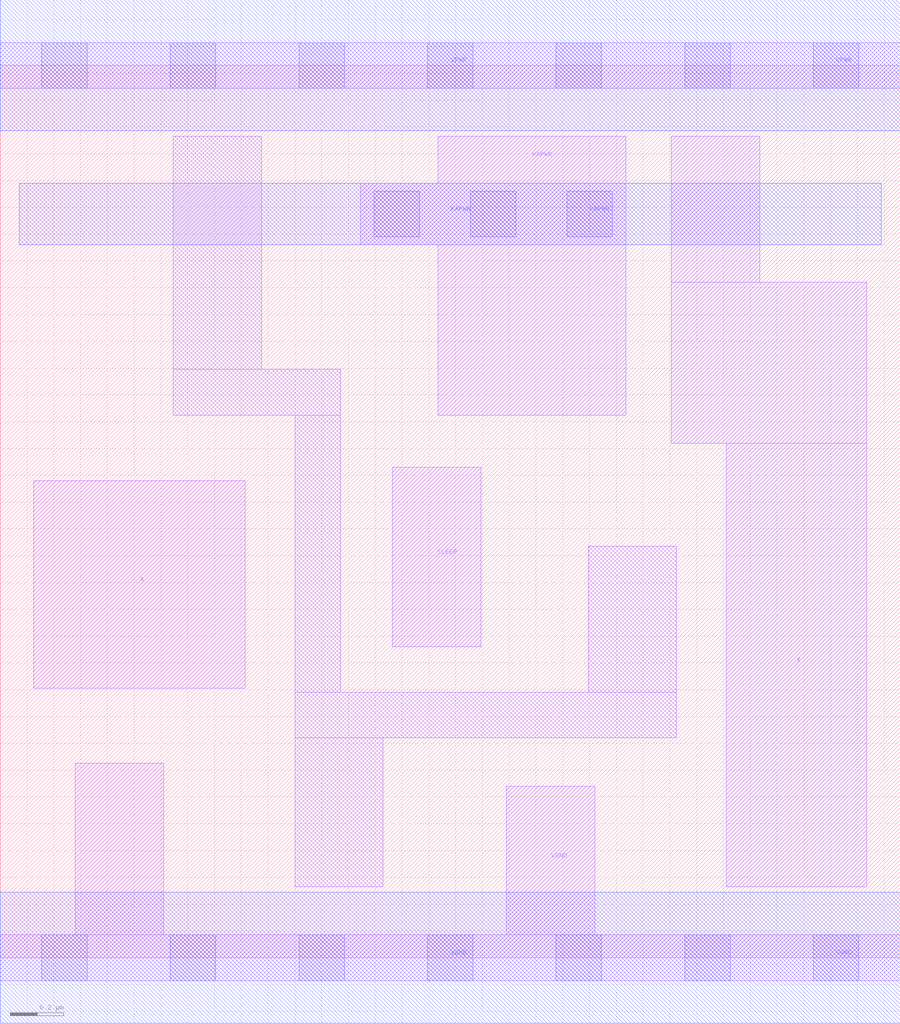
<source format=lef>
# Copyright 2020 The SkyWater PDK Authors
#
# Licensed under the Apache License, Version 2.0 (the "License");
# you may not use this file except in compliance with the License.
# You may obtain a copy of the License at
#
#     https://www.apache.org/licenses/LICENSE-2.0
#
# Unless required by applicable law or agreed to in writing, software
# distributed under the License is distributed on an "AS IS" BASIS,
# WITHOUT WARRANTIES OR CONDITIONS OF ANY KIND, either express or implied.
# See the License for the specific language governing permissions and
# limitations under the License.
#
# SPDX-License-Identifier: Apache-2.0

VERSION 5.7 ;
  NAMESCASESENSITIVE ON ;
  NOWIREEXTENSIONATPIN ON ;
  DIVIDERCHAR "/" ;
  BUSBITCHARS "[]" ;
UNITS
  DATABASE MICRONS 200 ;
END UNITS
MACRO sky130_fd_sc_lp__iso1p_lp2
  CLASS CORE ;
  SOURCE USER ;
  FOREIGN sky130_fd_sc_lp__iso1p_lp2 ;
  ORIGIN  0.000000  0.000000 ;
  SIZE  3.360000 BY  3.330000 ;
  SYMMETRY X Y R90 ;
  SITE unit ;
  PIN A
    ANTENNAGATEAREA  0.376000 ;
    DIRECTION INPUT ;
    USE SIGNAL ;
    PORT
      LAYER li1 ;
        RECT 0.125000 1.005000 0.915000 1.780000 ;
    END
  END A
  PIN SLEEP
    ANTENNAGATEAREA  0.376000 ;
    DIRECTION INPUT ;
    USE SIGNAL ;
    PORT
      LAYER li1 ;
        RECT 1.465000 1.160000 1.795000 1.830000 ;
    END
  END SLEEP
  PIN X
    ANTENNADIFFAREA  0.404700 ;
    DIRECTION OUTPUT ;
    USE SIGNAL ;
    PORT
      LAYER li1 ;
        RECT 2.505000 1.920000 3.235000 2.520000 ;
        RECT 2.505000 2.520000 2.835000 3.065000 ;
        RECT 2.710000 0.265000 3.235000 1.920000 ;
    END
  END X
  PIN KAPWR
    DIRECTION INOUT ;
    USE POWER ;
    PORT
      LAYER li1 ;
        RECT 1.345000 2.660000 2.335000 2.890000 ;
        RECT 1.635000 2.025000 2.335000 2.660000 ;
        RECT 1.635000 2.890000 2.335000 3.065000 ;
      LAYER mcon ;
        RECT 1.395000 2.690000 1.565000 2.860000 ;
        RECT 1.755000 2.690000 1.925000 2.860000 ;
        RECT 2.115000 2.690000 2.285000 2.860000 ;
      LAYER met1 ;
        RECT 0.070000 2.660000 3.290000 2.890000 ;
    END
  END KAPWR
  PIN VGND
    DIRECTION INOUT ;
    USE GROUND ;
    PORT
      LAYER li1 ;
        RECT 0.000000 -0.085000 3.360000 0.085000 ;
        RECT 0.280000  0.085000 0.610000 0.725000 ;
        RECT 1.890000  0.085000 2.220000 0.640000 ;
      LAYER mcon ;
        RECT 0.155000 -0.085000 0.325000 0.085000 ;
        RECT 0.635000 -0.085000 0.805000 0.085000 ;
        RECT 1.115000 -0.085000 1.285000 0.085000 ;
        RECT 1.595000 -0.085000 1.765000 0.085000 ;
        RECT 2.075000 -0.085000 2.245000 0.085000 ;
        RECT 2.555000 -0.085000 2.725000 0.085000 ;
        RECT 3.035000 -0.085000 3.205000 0.085000 ;
      LAYER met1 ;
        RECT 0.000000 -0.245000 3.360000 0.245000 ;
    END
  END VGND
  PIN VPWR
    DIRECTION INOUT ;
    USE POWER ;
    PORT
      LAYER li1 ;
        RECT 0.000000 3.245000 3.360000 3.415000 ;
      LAYER mcon ;
        RECT 0.155000 3.245000 0.325000 3.415000 ;
        RECT 0.635000 3.245000 0.805000 3.415000 ;
        RECT 1.115000 3.245000 1.285000 3.415000 ;
        RECT 1.595000 3.245000 1.765000 3.415000 ;
        RECT 2.075000 3.245000 2.245000 3.415000 ;
        RECT 2.555000 3.245000 2.725000 3.415000 ;
        RECT 3.035000 3.245000 3.205000 3.415000 ;
      LAYER met1 ;
        RECT 0.000000 3.085000 3.360000 3.575000 ;
    END
  END VPWR
  OBS
    LAYER li1 ;
      RECT 0.645000 2.025000 1.270000 2.195000 ;
      RECT 0.645000 2.195000 0.975000 3.065000 ;
      RECT 1.100000 0.265000 1.430000 0.820000 ;
      RECT 1.100000 0.820000 2.525000 0.990000 ;
      RECT 1.100000 0.990000 1.270000 2.025000 ;
      RECT 2.195000 0.990000 2.525000 1.535000 ;
  END
END sky130_fd_sc_lp__iso1p_lp2

</source>
